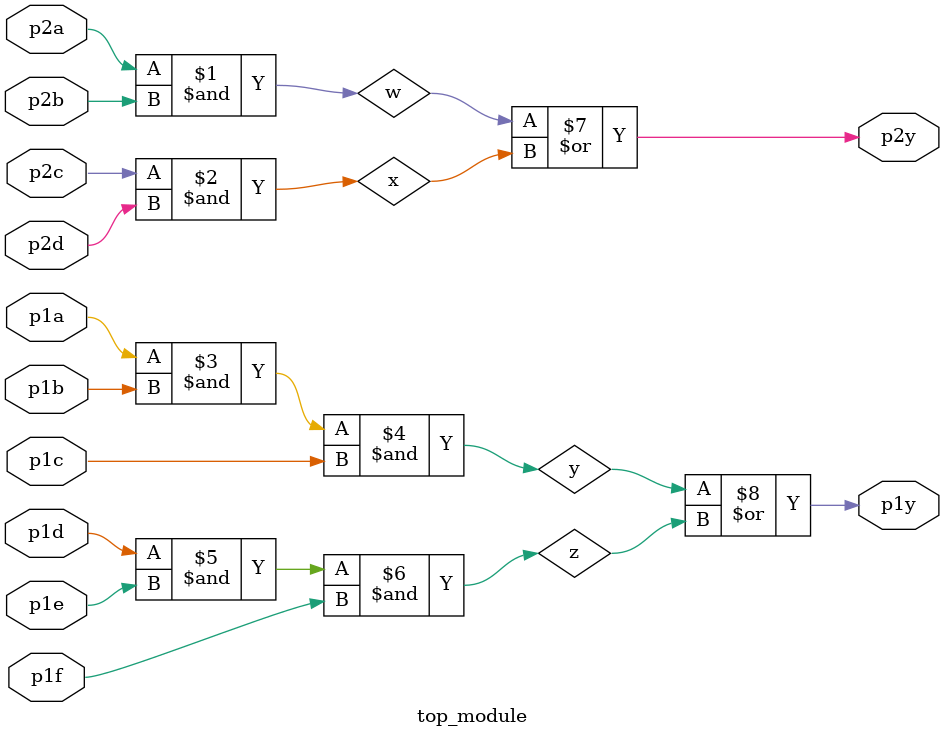
<source format=v>
module top_module ( 
    input p1a, p1b, p1c, p1d, p1e, p1f,
    output p1y,
    input p2a, p2b, p2c, p2d,
    output p2y );
    wire w,x,y,z;
    and(w,p2a, p2b);
    and(x,p2c, p2d);
    and(y,p1a, p1b, p1c);
    and(z,p1d, p1e, p1f);
    or(p2y,w,x);
    or(p1y,y,z);
endmodule

</source>
